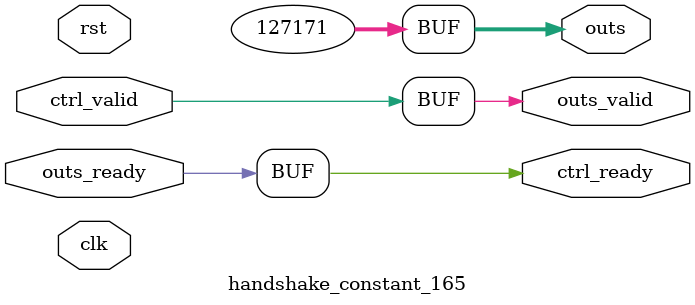
<source format=v>
`timescale 1ns / 1ps
module handshake_constant_165 #(
  parameter DATA_WIDTH = 32  // Default set to 32 bits
) (
  input                       clk,
  input                       rst,
  // Input Channel
  input                       ctrl_valid,
  output                      ctrl_ready,
  // Output Channel
  output [DATA_WIDTH - 1 : 0] outs,
  output                      outs_valid,
  input                       outs_ready
);
  assign outs       = 17'b11111000011000011;
  assign outs_valid = ctrl_valid;
  assign ctrl_ready = outs_ready;

endmodule

</source>
